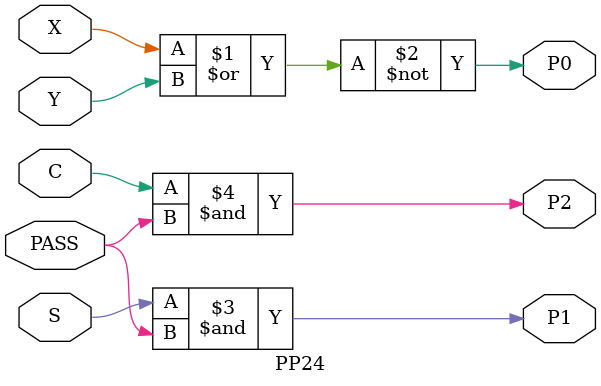
<source format=v>
module PP24(X, Y, S, C, PASS, P0, P1, P2);
input   X;
input   Y;
input   S;
input   C;
input   PASS;
output  P0;
output  P1;
output  P2;
nor g0(P0, X, Y);
and g1(P1, S, PASS);
and g2(P2, C, PASS);
endmodule
</source>
